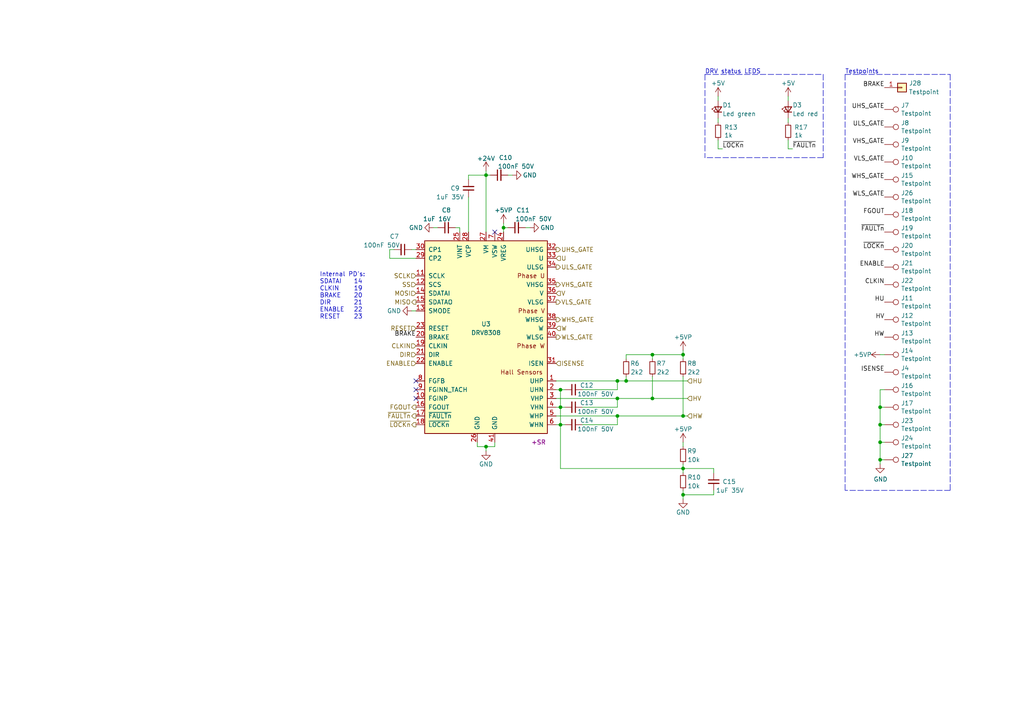
<source format=kicad_sch>
(kicad_sch (version 20211123) (generator eeschema)
  (paper "A4")
  (title_block (title "GD BLDC blower driver") (date "2019-03-11") (rev "v1.1") (company "3devo"))
  (lib_symbols
    (symbol "Connector:TestPoint" (pin_numbers hide) (pin_names (offset 0.762) hide)
      (property "Reference" "TP" (at 0 6.858 0))
      (property "Value" "TestPoint" (at 0 5.08 0))
      (symbol "TestPoint_0_1"
        (circle (center 0 3.302) (radius 0.762))
      )
      (symbol "TestPoint_1_1"
        (pin passive line (at 0 0 90) (length 2.54) (name "1") (number "1"))
      )
    )
    (symbol "Connector_Generic:Conn_01x01" (pin_names (offset 1.016) hide)
      (property "Reference" "J" (at 0 2.54 0))
      (property "Value" "Conn_01x01" (at 0 -2.54 0))
      (symbol "Conn_01x01_1_1"
        (rectangle (start -1.27 0.127) (end 0 -0.127) (stroke (width 0.1524)))
        (rectangle (start -1.27 1.27) (end 1.27 -1.27) (stroke (width 0.254)) (fill (type background)))
        (pin passive line (at -5.08 0 0) (length 3.81) (name "Pin_1") (number "1"))
      )
    )
    (symbol "Device:C_Small" (pin_numbers hide) (pin_names (offset 0.254) hide)
      (property "Reference" "C" (at 0.254 1.778 0))
      (property "Value" "C_Small" (at 0.254 -2.032 0))
      (symbol "C_Small_0_1"
        (polyline (pts (xy -1.524 -0.508) (xy 1.524 -0.508)) (stroke (width 0.3302)))
        (polyline (pts (xy -1.524 0.508) (xy 1.524 0.508)) (stroke (width 0.3048)))
      )
      (symbol "C_Small_1_1"
        (pin passive line (at 0 2.54 270) (length 2.032) (name "~") (number "1"))
        (pin passive line (at 0 -2.54 90) (length 2.032) (name "~") (number "2"))
      )
    )
    (symbol "Device:LED_Small" (pin_numbers hide) (pin_names (offset 0.254) hide)
      (property "Reference" "D" (at -1.27 3.175 0))
      (property "Value" "LED_Small" (at -4.445 -2.54 0))
      (symbol "LED_Small_0_1"
        (polyline (pts (xy -0.762 -1.016) (xy -0.762 1.016)) (stroke (width 0.254)))
        (polyline (pts (xy 1.016 0) (xy -0.762 0)))
        (polyline (pts (xy 0.762 -1.016) (xy -0.762 0) (xy 0.762 1.016) (xy 0.762 -1.016)) (stroke (width 0.254)))
        (polyline (pts (xy 0 0.762) (xy -0.508 1.27) (xy -0.254 1.27) (xy -0.508 1.27) (xy -0.508 1.016)))
        (polyline (pts (xy 0.508 1.27) (xy 0 1.778) (xy 0.254 1.778) (xy 0 1.778) (xy 0 1.524)))
      )
      (symbol "LED_Small_1_1"
        (pin passive line (at -2.54 0 0) (length 1.778) (name "K") (number "1"))
        (pin passive line (at 2.54 0 180) (length 1.778) (name "A") (number "2"))
      )
    )
    (symbol "Device:R_Small" (pin_numbers hide) (pin_names (offset 0.254) hide)
      (property "Reference" "R" (at 0.762 0.508 0))
      (property "Value" "R_Small" (at 0.762 -1.016 0))
      (symbol "R_Small_0_1"
        (rectangle (start -0.762 1.778) (end 0.762 -1.778) (stroke (width 0.2032)))
      )
      (symbol "R_Small_1_1"
        (pin passive line (at 0 2.54 270) (length 0.762) (name "~") (number "1"))
        (pin passive line (at 0 -2.54 90) (length 0.762) (name "~") (number "2"))
      )
    )
    (symbol "Driver_Motor:DRV8308" (pin_names (offset 1.016))
      (property "Reference" "U" (at -17.78 36.83 0))
      (property "Value" "DRV8308" (at -17.78 -21.59 0))
      (symbol "DRV8308_0_0"
        (text "Hall Sensors" (at 16.51 -2.54 0) (effects (font (size 1.27 1.27)) (justify right)))
        (text "Phase U" (at 17.145 25.4 0) (effects (font (size 1.27 1.27)) (justify right)))
        (text "Phase V" (at 17.145 15.24 0) (effects (font (size 1.27 1.27)) (justify right)))
        (text "Phase W" (at 17.145 5.08 0) (effects (font (size 1.27 1.27)) (justify right)))
      )
      (symbol "DRV8308_0_1"
        (rectangle (start -17.78 35.56) (end 17.78 -20.32) (stroke (width 0.254)) (fill (type background)))
      )
      (symbol "DRV8308_1_1"
        (pin input line (at 20.32 -5.08 180) (length 2.54) (name "UHP") (number "1"))
        (pin bidirectional line (at -20.32 -10.16 0) (length 2.54) (name "FGINP") (number "10"))
        (pin input line (at -20.32 25.4 0) (length 2.54) (name "SCLK") (number "11"))
        (pin input line (at -20.32 22.86 0) (length 2.54) (name "SCS") (number "12"))
        (pin input line (at -20.32 15.24 0) (length 2.54) (name "SMODE") (number "13"))
        (pin input line (at -20.32 20.32 0) (length 2.54) (name "SDATAI") (number "14"))
        (pin output line (at -20.32 17.78 0) (length 2.54) (name "SDATAO") (number "15"))
        (pin output line (at -20.32 -12.7 0) (length 2.54) (name "FGOUT") (number "16"))
        (pin output line (at -20.32 -15.24 0) (length 2.54) (name "~{FAULTn}") (number "17"))
        (pin output line (at -20.32 -17.78 0) (length 2.54) (name "~{LOCKn}") (number "18"))
        (pin input line (at -20.32 5.08 0) (length 2.54) (name "CLKIN") (number "19"))
        (pin input line (at 20.32 -7.62 180) (length 2.54) (name "UHN") (number "2"))
        (pin input line (at -20.32 7.62 0) (length 2.54) (name "BRAKE") (number "20"))
        (pin input line (at -20.32 2.54 0) (length 2.54) (name "DIR") (number "21"))
        (pin input line (at -20.32 0 0) (length 2.54) (name "ENABLE") (number "22"))
        (pin input line (at -20.32 10.16 0) (length 2.54) (name "RESET") (number "23"))
        (pin power_out line (at 5.08 38.1 270) (length 2.54) (name "VREG") (number "24"))
        (pin passive line (at -7.62 38.1 270) (length 2.54) (name "VINT") (number "25"))
        (pin power_in line (at -2.54 -22.86 90) (length 2.54) (name "GND") (number "26"))
        (pin power_in line (at 0 38.1 270) (length 2.54) (name "VM") (number "27"))
        (pin passive line (at -5.08 38.1 270) (length 2.54) (name "VCP") (number "28"))
        (pin passive line (at -20.32 30.48 0) (length 2.54) (name "CP2") (number "29"))
        (pin input line (at 20.32 -10.16 180) (length 2.54) (name "VHP") (number "3"))
        (pin passive line (at -20.32 33.02 0) (length 2.54) (name "CP1") (number "30"))
        (pin input line (at 20.32 0 180) (length 2.54) (name "ISEN") (number "31"))
        (pin output line (at 20.32 33.02 180) (length 2.54) (name "UHSG") (number "32"))
        (pin input line (at 20.32 30.48 180) (length 2.54) (name "U") (number "33"))
        (pin output line (at 20.32 27.94 180) (length 2.54) (name "ULSG") (number "34"))
        (pin output line (at 20.32 22.86 180) (length 2.54) (name "VHSG") (number "35"))
        (pin input line (at 20.32 20.32 180) (length 2.54) (name "V") (number "36"))
        (pin output line (at 20.32 17.78 180) (length 2.54) (name "VLSG") (number "37"))
        (pin output line (at 20.32 12.7 180) (length 2.54) (name "WHSG") (number "38"))
        (pin input line (at 20.32 10.16 180) (length 2.54) (name "W") (number "39"))
        (pin input line (at 20.32 -12.7 180) (length 2.54) (name "VHN") (number "4"))
        (pin output line (at 20.32 7.62 180) (length 2.54) (name "WLSG") (number "40"))
        (pin power_in line (at 2.54 -22.86 90) (length 2.54) (name "GND") (number "41"))
        (pin input line (at 20.32 -15.24 180) (length 2.54) (name "WHP") (number "5"))
        (pin input line (at 20.32 -17.78 180) (length 2.54) (name "WHN") (number "6"))
        (pin power_out line (at 2.54 38.1 270) (length 2.54) (name "VSW") (number "7"))
        (pin output line (at -20.32 -5.08 0) (length 2.54) (name "FGFB") (number "8"))
        (pin input line (at -20.32 -7.62 0) (length 2.54) (name "FGINN_TACH") (number "9"))
      )
    )
    (symbol "power:+24V" (power) (pin_names (offset 0))
      (property "Value" "+24V" (at 0 3.556 0))
      (symbol "+24V_0_1"
        (polyline (pts (xy -0.762 1.27) (xy 0 2.54)))
        (polyline (pts (xy 0 0) (xy 0 2.54)))
        (polyline (pts (xy 0 2.54) (xy 0.762 1.27)))
      )
      (symbol "+24V_1_1"
        (pin power_in line (at 0 0 90) (length 0) hide (name "+24V") (number "1"))
      )
    )
    (symbol "power:+5V" (power) (pin_names (offset 0))
      (property "Value" "+5V" (at 0 3.556 0))
      (symbol "+5V_0_1"
        (polyline (pts (xy -0.762 1.27) (xy 0 2.54)))
        (polyline (pts (xy 0 0) (xy 0 2.54)))
        (polyline (pts (xy 0 2.54) (xy 0.762 1.27)))
      )
      (symbol "+5V_1_1"
        (pin power_in line (at 0 0 90) (length 0) hide (name "+5V") (number "1"))
      )
    )
    (symbol "power:+5VP" (power) (pin_names (offset 0))
      (property "Value" "+5VP" (at 0 3.556 0))
      (symbol "+5VP_0_1"
        (polyline (pts (xy -0.762 1.27) (xy 0 2.54)))
        (polyline (pts (xy 0 0) (xy 0 2.54)))
        (polyline (pts (xy 0 2.54) (xy 0.762 1.27)))
      )
      (symbol "+5VP_1_1"
        (pin power_in line (at 0 0 90) (length 0) hide (name "+5VP") (number "1"))
      )
    )
    (symbol "power:GND" (power) (pin_names (offset 0))
      (property "Value" "GND" (at 0 -3.81 0))
      (symbol "GND_0_1"
        (polyline (pts (xy 0 0) (xy 0 -1.27) (xy 1.27 -1.27) (xy 0 -2.54) (xy -1.27 -1.27) (xy 0 -1.27)))
      )
      (symbol "GND_1_1"
        (pin power_in line (at 0 0 270) (length 0) hide (name "GND") (number "1"))
      )
    )
  )
  (junction (at 255.27 133.35))
  (junction (at 162.56 118.11))
  (junction (at 146.05 66.04))
  (junction (at 255.27 128.27))
  (junction (at 162.56 113.03))
  (junction (at 140.97 129.54))
  (junction (at 198.12 102.87))
  (junction (at 198.12 120.65))
  (junction (at 198.12 135.89))
  (junction (at 189.23 102.87))
  (junction (at 255.27 118.11))
  (junction (at 179.07 115.57))
  (junction (at 198.12 143.51))
  (junction (at 189.23 115.57))
  (junction (at 181.61 110.49))
  (junction (at 140.97 50.8))
  (junction (at 179.07 120.65))
  (junction (at 162.56 123.19))
  (junction (at 179.07 110.49))
  (junction (at 255.27 123.19))
  (no_connect (at 120.65 115.57))
  (no_connect (at 120.65 110.49))
  (no_connect (at 143.51 67.31))
  (no_connect (at 120.65 113.03))
  (wire (pts (xy 146.05 66.04) (xy 147.32 66.04)))
  (wire (pts (xy 181.61 110.49) (xy 199.39 110.49)))
  (wire (pts (xy 162.56 118.11) (xy 162.56 123.19)))
  (wire (pts (xy 114.3 72.39) (xy 113.03 72.39)))
  (polyline (pts (xy 245.11 21.59) (xy 275.59 21.59)))
  (wire (pts (xy 161.29 118.11) (xy 162.56 118.11)))
  (wire (pts (xy 181.61 109.22) (xy 181.61 110.49)))
  (wire (pts (xy 135.89 57.15) (xy 135.89 67.31)))
  (wire (pts (xy 133.35 66.04) (xy 133.35 67.31)))
  (wire (pts (xy 138.43 129.54) (xy 140.97 129.54)))
  (wire (pts (xy 198.12 102.87) (xy 189.23 102.87)))
  (wire (pts (xy 119.38 90.17) (xy 120.65 90.17)))
  (wire (pts (xy 152.4 66.04) (xy 153.67 66.04)))
  (wire (pts (xy 161.29 113.03) (xy 162.56 113.03)))
  (polyline (pts (xy 204.47 21.59) (xy 238.76 21.59)))
  (wire (pts (xy 198.12 101.6) (xy 198.12 102.87)))
  (wire (pts (xy 162.56 113.03) (xy 163.83 113.03)))
  (wire (pts (xy 181.61 102.87) (xy 181.61 104.14)))
  (wire (pts (xy 255.27 133.35) (xy 255.27 134.62)))
  (wire (pts (xy 228.6 27.94) (xy 228.6 29.21)))
  (wire (pts (xy 198.12 142.24) (xy 198.12 143.51)))
  (wire (pts (xy 168.91 123.19) (xy 179.07 123.19)))
  (wire (pts (xy 140.97 50.8) (xy 142.24 50.8)))
  (wire (pts (xy 162.56 113.03) (xy 162.56 118.11)))
  (wire (pts (xy 168.91 113.03) (xy 179.07 113.03)))
  (polyline (pts (xy 245.11 21.59) (xy 245.11 142.24)))
  (wire (pts (xy 161.29 120.65) (xy 179.07 120.65)))
  (wire (pts (xy 179.07 118.11) (xy 179.07 115.57)))
  (polyline (pts (xy 238.76 45.72) (xy 204.47 45.72)))
  (wire (pts (xy 207.01 143.51) (xy 207.01 142.24)))
  (wire (pts (xy 198.12 102.87) (xy 198.12 104.14)))
  (wire (pts (xy 162.56 123.19) (xy 163.83 123.19)))
  (wire (pts (xy 198.12 109.22) (xy 198.12 120.65)))
  (wire (pts (xy 168.91 118.11) (xy 179.07 118.11)))
  (wire (pts (xy 162.56 118.11) (xy 163.83 118.11)))
  (wire (pts (xy 119.38 72.39) (xy 120.65 72.39)))
  (wire (pts (xy 198.12 135.89) (xy 207.01 135.89)))
  (wire (pts (xy 147.32 50.8) (xy 148.59 50.8)))
  (wire (pts (xy 255.27 102.87) (xy 256.54 102.87)))
  (wire (pts (xy 189.23 115.57) (xy 199.39 115.57)))
  (wire (pts (xy 161.29 110.49) (xy 179.07 110.49)))
  (wire (pts (xy 228.6 34.29) (xy 228.6 35.56)))
  (wire (pts (xy 162.56 123.19) (xy 162.56 135.89)))
  (wire (pts (xy 229.87 43.18) (xy 228.6 43.18)))
  (wire (pts (xy 208.28 34.29) (xy 208.28 35.56)))
  (wire (pts (xy 255.27 123.19) (xy 255.27 128.27)))
  (wire (pts (xy 179.07 110.49) (xy 181.61 110.49)))
  (wire (pts (xy 256.54 133.35) (xy 255.27 133.35)))
  (wire (pts (xy 228.6 43.18) (xy 228.6 40.64)))
  (wire (pts (xy 140.97 50.8) (xy 140.97 67.31)))
  (wire (pts (xy 255.27 118.11) (xy 256.54 118.11)))
  (polyline (pts (xy 204.47 21.59) (xy 204.47 45.72)))
  (wire (pts (xy 256.54 123.19) (xy 255.27 123.19)))
  (wire (pts (xy 179.07 113.03) (xy 179.07 110.49)))
  (wire (pts (xy 179.07 123.19) (xy 179.07 120.65)))
  (polyline (pts (xy 275.59 142.24) (xy 245.11 142.24)))
  (wire (pts (xy 146.05 66.04) (xy 146.05 67.31)))
  (wire (pts (xy 146.05 64.77) (xy 146.05 66.04)))
  (wire (pts (xy 138.43 128.27) (xy 138.43 129.54)))
  (wire (pts (xy 140.97 129.54) (xy 143.51 129.54)))
  (wire (pts (xy 113.03 72.39) (xy 113.03 74.93)))
  (wire (pts (xy 208.28 43.18) (xy 208.28 40.64)))
  (wire (pts (xy 161.29 123.19) (xy 162.56 123.19)))
  (wire (pts (xy 140.97 50.8) (xy 140.97 49.53)))
  (wire (pts (xy 113.03 74.93) (xy 120.65 74.93)))
  (wire (pts (xy 198.12 143.51) (xy 198.12 144.78)))
  (wire (pts (xy 198.12 120.65) (xy 199.39 120.65)))
  (wire (pts (xy 198.12 128.27) (xy 198.12 129.54)))
  (wire (pts (xy 179.07 115.57) (xy 189.23 115.57)))
  (wire (pts (xy 162.56 135.89) (xy 198.12 135.89)))
  (wire (pts (xy 125.73 66.04) (xy 127 66.04)))
  (wire (pts (xy 209.55 43.18) (xy 208.28 43.18)))
  (wire (pts (xy 207.01 137.16) (xy 207.01 135.89)))
  (wire (pts (xy 255.27 133.35) (xy 255.27 128.27)))
  (wire (pts (xy 189.23 109.22) (xy 189.23 115.57)))
  (wire (pts (xy 143.51 128.27) (xy 143.51 129.54)))
  (wire (pts (xy 161.29 115.57) (xy 179.07 115.57)))
  (wire (pts (xy 135.89 50.8) (xy 135.89 52.07)))
  (wire (pts (xy 256.54 113.03) (xy 255.27 113.03)))
  (wire (pts (xy 189.23 102.87) (xy 181.61 102.87)))
  (wire (pts (xy 208.28 27.94) (xy 208.28 29.21)))
  (wire (pts (xy 198.12 135.89) (xy 198.12 137.16)))
  (wire (pts (xy 132.08 66.04) (xy 133.35 66.04)))
  (wire (pts (xy 255.27 128.27) (xy 256.54 128.27)))
  (polyline (pts (xy 238.76 21.59) (xy 238.76 45.72)))
  (wire (pts (xy 179.07 120.65) (xy 198.12 120.65)))
  (wire (pts (xy 135.89 50.8) (xy 140.97 50.8)))
  (wire (pts (xy 140.97 129.54) (xy 140.97 130.81)))
  (wire (pts (xy 198.12 143.51) (xy 207.01 143.51)))
  (wire (pts (xy 255.27 118.11) (xy 255.27 123.19)))
  (wire (pts (xy 255.27 113.03) (xy 255.27 118.11)))
  (polyline (pts (xy 275.59 21.59) (xy 275.59 142.24)))
  (wire (pts (xy 189.23 102.87) (xy 189.23 104.14)))
  (wire (pts (xy 198.12 134.62) (xy 198.12 135.89)))
  (text "DRV status LEDS" (at 204.47 21.59 0) (effects (font (size 1.27 1.27)) (justify left bottom)))
  (text "Testpoints" (at 245.11 21.59 0) (effects (font (size 1.27 1.27)) (justify left bottom)))
  (text "Internal PD's:\nSDATAI	14\nCLKIN 	19\nBRAKE	20\nDIR    	21\nENABLE	22\nRESET	23\n" (at 92.71 92.71 0) (effects (font (size 1.27 1.27)) (justify left bottom)))
  (label "FGOUT" (at 256.54 62.23 180))
  (label "~{FAULTn}" (at 256.54 67.31 180))
  (label "~{FAULTn}" (at 229.87 43.18 0))
  (label "WHS_GATE" (at 256.54 52.07 180))
  (label "UHS_GATE" (at 256.54 31.75 180))
  (label "BRAKE" (at 256.54 25.4 180))
  (label "VLS_GATE" (at 256.54 46.99 180))
  (label "CLKIN" (at 256.54 82.55 180))
  (label "HW" (at 256.54 97.79 180))
  (label "BRAKE" (at 120.65 97.79 180))
  (label "HU" (at 256.54 87.63 180))
  (label "ULS_GATE" (at 256.54 36.83 180))
  (label "WLS_GATE" (at 256.54 57.15 180))
  (label "~{LOCKn}" (at 256.54 72.39 180))
  (label "ENABLE" (at 256.54 77.47 180))
  (label "VHS_GATE" (at 256.54 41.91 180))
  (label "~{LOCKn}" (at 209.55 43.18 0))
  (label "HV" (at 256.54 92.71 180))
  (label "ISENSE" (at 256.54 107.95 180))
  (hierarchical_label "RESET" (shape input) (at 120.65 95.25 180))
  (hierarchical_label "WLS_GATE" (shape output) (at 161.29 97.79 0))
  (hierarchical_label "MISO" (shape output) (at 120.65 87.63 180))
  (hierarchical_label "DIR" (shape input) (at 120.65 102.87 180))
  (hierarchical_label "W" (shape input) (at 161.29 95.25 0))
  (hierarchical_label "MOSI" (shape input) (at 120.65 85.09 180))
  (hierarchical_label "HW" (shape input) (at 199.39 120.65 0))
  (hierarchical_label "UHS_GATE" (shape output) (at 161.29 72.39 0))
  (hierarchical_label "FGOUT" (shape output) (at 120.65 118.11 180))
  (hierarchical_label "ENABLE" (shape input) (at 120.65 105.41 180))
  (hierarchical_label "U" (shape input) (at 161.29 74.93 0))
  (hierarchical_label "V" (shape input) (at 161.29 85.09 0))
  (hierarchical_label "VLS_GATE" (shape output) (at 161.29 87.63 0))
  (hierarchical_label "~{LOCKn}" (shape output) (at 120.65 123.19 180))
  (hierarchical_label "CLKIN" (shape input) (at 120.65 100.33 180))
  (hierarchical_label "SCLK" (shape input) (at 120.65 80.01 180))
  (hierarchical_label "VHS_GATE" (shape output) (at 161.29 82.55 0))
  (hierarchical_label "HV" (shape input) (at 199.39 115.57 0))
  (hierarchical_label "ISENSE" (shape input) (at 161.29 105.41 0))
  (hierarchical_label "SS" (shape input) (at 120.65 82.55 180))
  (hierarchical_label "~{FAULTn}" (shape output) (at 120.65 120.65 180))
  (hierarchical_label "HU" (shape input) (at 199.39 110.49 0))
  (hierarchical_label "ULS_GATE" (shape output) (at 161.29 77.47 0))
  (hierarchical_label "WHS_GATE" (shape output) (at 161.29 92.71 0))
  (symbol (lib_id "Connector:TestPoint") (at 256.54 92.71 270) (unit 1)
    (property "Reference" "J12" (at 261.3152 91.5416 90) (effects (justify left)))
    (property "Value" "Testpoint" (at 261.3152 93.853 90) (effects (justify left)))
    (property "Footprint" "3devo_footprints:TestPoint_TE_RCT-0C_0805" (effects hide))
    (property "Datasheet" "https://www.te.com/commerce/DocumentDelivery/DDEController?Action=srchrtrv&DocNm=1773266&DocType=DS&DocLang=English" (effects hide))
    (property "Manufacturer" "TE" (effects hide))
    (property "Partnumber" "RCT-0C" (effects hide))
    (property "Config" "dnp" (effects hide))
  )
  (symbol (lib_id "power:+5VP") (at 198.12 128.27 0) (unit 1)
    (property "Reference" "#PWR0110" (effects hide))
    (property "Value" "+5VP" (at 198.12 124.46 0))
  )
  (symbol (lib_id "power:+24V") (at 140.97 49.53 0) (unit 1)
    (property "Reference" "#PWR0130" (effects hide))
    (property "Value" "+24V" (at 140.97 45.974 0))
  )
  (symbol (lib_id "Device:R_Small") (at 181.61 106.68 180) (unit 1)
    (property "Reference" "R6" (at 184.15 105.41 0))
    (property "Value" "2k2" (at 182.88 107.95 0) (effects (justify right)))
    (property "Footprint" "Resistor_SMD:R_0603_1608Metric" (effects hide))
    (property "Manufacturer" "TE" (effects hide))
    (property "Partnumber" "CRGH0603F2K2" (effects hide))
  )
  (symbol (lib_id "Connector:TestPoint") (at 256.54 102.87 270) (unit 1)
    (property "Reference" "J14" (at 261.3152 101.7016 90) (effects (justify left)))
    (property "Value" "Testpoint" (at 261.3152 104.013 90) (effects (justify left)))
    (property "Footprint" "3devo_footprints:TestPoint_TE_RCT-0C_0805" (effects hide))
    (property "Datasheet" "https://www.te.com/commerce/DocumentDelivery/DDEController?Action=srchrtrv&DocNm=1773266&DocType=DS&DocLang=English" (effects hide))
    (property "Manufacturer" "TE" (effects hide))
    (property "Partnumber" "RCT-0C" (effects hide))
    (property "Config" "dnp" (effects hide))
  )
  (symbol (lib_id "Connector:TestPoint") (at 256.54 82.55 270) (unit 1)
    (property "Reference" "J22" (at 261.3152 81.3816 90) (effects (justify left)))
    (property "Value" "Testpoint" (at 261.3152 83.693 90) (effects (justify left)))
    (property "Footprint" "TestPoint:TestPoint_Keystone_5000-5004_Miniature" (effects hide))
    (property "Config" "dnp" (effects hide))
  )
  (symbol (lib_id "Connector:TestPoint") (at 256.54 31.75 270) (unit 1)
    (property "Reference" "J7" (at 261.3152 30.5816 90) (effects (justify left)))
    (property "Value" "Testpoint" (at 261.3152 32.893 90) (effects (justify left)))
    (property "Footprint" "3devo_footprints:TestPoint_TE_RCT-0C_0805" (effects hide))
    (property "Datasheet" "https://www.te.com/commerce/DocumentDelivery/DDEController?Action=srchrtrv&DocNm=1773266&DocType=DS&DocLang=English" (effects hide))
    (property "Manufacturer" "TE" (effects hide))
    (property "Partnumber" "RCT-0C" (effects hide))
    (property "Config" "dnp" (effects hide))
  )
  (symbol (lib_id "Connector:TestPoint") (at 256.54 67.31 270) (unit 1)
    (property "Reference" "J19" (at 261.3152 66.1416 90) (effects (justify left)))
    (property "Value" "Testpoint" (at 261.3152 68.453 90) (effects (justify left)))
    (property "Footprint" "TestPoint:TestPoint_Keystone_5000-5004_Miniature" (effects hide))
    (property "Config" "dnp" (effects hide))
  )
  (symbol (lib_id "Device:R_Small") (at 198.12 139.7 180) (unit 1)
    (property "Reference" "R10" (at 199.39 138.43 0) (effects (justify right)))
    (property "Value" "10k" (at 199.39 140.97 0) (effects (justify right)))
    (property "Footprint" "Resistor_SMD:R_0603_1608Metric" (effects hide))
    (property "Manufacturer" "Bourns" (effects hide))
    (property "Partnumber" "CR0603-FX-1002GLF" (effects hide))
  )
  (symbol (lib_id "Connector_Generic:Conn_01x01") (at 261.62 25.4 0) (mirror x) (unit 1)
    (property "Reference" "J28" (at 265.43 24.13 0))
    (property "Value" "Testpoint" (at 267.97 26.67 0))
    (property "Footprint" "Connector_PinHeader_2.54mm:PinHeader_1x01_P2.54mm_Vertical" (effects hide))
  )
  (symbol (lib_id "Device:R_Small") (at 198.12 132.08 180) (unit 1)
    (property "Reference" "R9" (at 200.66 130.81 0))
    (property "Value" "10k" (at 199.39 133.35 0) (effects (justify right)))
    (property "Footprint" "Resistor_SMD:R_0603_1608Metric" (effects hide))
    (property "Manufacturer" "Bourns" (effects hide))
    (property "Partnumber" "CR0603-FX-1002GLF" (effects hide))
  )
  (symbol (lib_id "Connector:TestPoint") (at 256.54 57.15 270) (unit 1)
    (property "Reference" "J26" (at 261.3152 55.9816 90) (effects (justify left)))
    (property "Value" "Testpoint" (at 261.3152 58.293 90) (effects (justify left)))
    (property "Footprint" "3devo_footprints:TestPoint_TE_RCT-0C_0805" (effects hide))
    (property "Datasheet" "https://www.te.com/commerce/DocumentDelivery/DDEController?Action=srchrtrv&DocNm=1773266&DocType=DS&DocLang=English" (effects hide))
    (property "Manufacturer" "TE" (effects hide))
    (property "Partnumber" "RCT-0C" (effects hide))
    (property "Config" "dnp" (effects hide))
  )
  (symbol (lib_id "Connector:TestPoint") (at 256.54 107.95 270) (unit 1)
    (property "Reference" "J4" (at 261.3152 106.7816 90) (effects (justify left)))
    (property "Value" "Testpoint" (at 261.3152 109.093 90) (effects (justify left)))
    (property "Footprint" "3devo_footprints:TestPoint_TE_RCT-0C_0805" (effects hide))
    (property "Datasheet" "https://www.te.com/commerce/DocumentDelivery/DDEController?Action=srchrtrv&DocNm=1773266&DocType=DS&DocLang=English" (effects hide))
    (property "Manufacturer" "TE" (effects hide))
    (property "Partnumber" "RCT-0C" (effects hide))
    (property "Config" "dnp" (effects hide))
  )
  (symbol (lib_id "Device:R_Small") (at 189.23 106.68 180) (unit 1)
    (property "Reference" "R7" (at 191.77 105.41 0))
    (property "Value" "2k2" (at 190.5 107.95 0) (effects (justify right)))
    (property "Footprint" "Resistor_SMD:R_0603_1608Metric" (effects hide))
    (property "Manufacturer" "TE" (effects hide))
    (property "Partnumber" "CRGH0603F2K2" (effects hide))
  )
  (symbol (lib_id "power:GND") (at 255.27 134.62 0) (unit 1)
    (property "Reference" "#PWR0129" (effects hide))
    (property "Value" "GND" (at 255.397 139.0142 0))
  )
  (symbol (lib_id "power:GND") (at 198.12 144.78 0) (unit 1)
    (property "Reference" "#PWR0109" (effects hide))
    (property "Value" "GND" (at 198.12 148.59 0))
  )
  (symbol (lib_id "power:+5VP") (at 198.12 101.6 0) (unit 1)
    (property "Reference" "#PWR0118" (effects hide))
    (property "Value" "+5VP" (at 198.12 97.79 0))
  )
  (symbol (lib_id "power:+5VP") (at 255.27 102.87 90) (unit 1)
    (property "Reference" "#PWR0125" (effects hide))
    (property "Value" "+5VP" (at 250.19 102.87 90))
  )
  (symbol (lib_id "Device:R_Small") (at 208.28 38.1 0) (unit 1)
    (property "Reference" "R13" (at 210.058 36.9316 0) (effects (justify left)))
    (property "Value" "1k" (at 210.058 39.243 0) (effects (justify left)))
    (property "Footprint" "Resistor_SMD:R_0603_1608Metric" (effects hide))
    (property "Manufacturer" "Rohm" (effects hide))
    (property "Partnumber" "ESR03EZPF1001" (effects hide))
  )
  (symbol (lib_id "Connector:TestPoint") (at 256.54 77.47 270) (unit 1)
    (property "Reference" "J21" (at 261.3152 76.3016 90) (effects (justify left)))
    (property "Value" "Testpoint" (at 261.3152 78.613 90) (effects (justify left)))
    (property "Footprint" "TestPoint:TestPoint_Keystone_5000-5004_Miniature" (effects hide))
    (property "Config" "dnp" (effects hide))
  )
  (symbol (lib_id "power:+5VP") (at 146.05 64.77 0) (unit 1)
    (property "Reference" "#PWR0122" (effects hide))
    (property "Value" "+5VP" (at 146.05 60.96 0))
  )
  (symbol (lib_id "Device:LED_Small") (at 208.28 31.75 90) (unit 1)
    (property "Reference" "D1" (at 209.55 30.48 90) (effects (justify right)))
    (property "Value" "Led green" (at 209.55 33.02 90) (effects (justify right)))
    (property "Footprint" "LED_SMD:LED_0805_2012Metric" (effects hide))
    (property "Datasheet" "http://www.kingbrightusa.com/images/catalog/SPEC/APT2012SGC.pdf" (effects hide))
    (property "Manufacturer" "Kingston" (effects hide))
    (property "Partnumber" "APT2012SGC" (effects hide))
  )
  (symbol (lib_id "Connector:TestPoint") (at 256.54 97.79 270) (unit 1)
    (property "Reference" "J13" (at 261.3152 96.6216 90) (effects (justify left)))
    (property "Value" "Testpoint" (at 261.3152 98.933 90) (effects (justify left)))
    (property "Footprint" "3devo_footprints:TestPoint_TE_RCT-0C_0805" (effects hide))
    (property "Datasheet" "https://www.te.com/commerce/DocumentDelivery/DDEController?Action=srchrtrv&DocNm=1773266&DocType=DS&DocLang=English" (effects hide))
    (property "Manufacturer" "TE" (effects hide))
    (property "Partnumber" "RCT-0C" (effects hide))
    (property "Config" "dnp" (effects hide))
  )
  (symbol (lib_id "Device:C_Small") (at 166.37 123.19 270) (unit 1)
    (property "Reference" "C14" (at 170.18 121.92 90))
    (property "Value" "100nF 50V" (at 172.72 124.46 90))
    (property "Footprint" "Capacitor_SMD:C_0603_1608Metric" (effects hide))
    (property "Manufacturer" "Murata" (effects hide))
    (property "Partnumber" "GCM188L81H104KA57D" (effects hide))
  )
  (symbol (lib_id "Device:LED_Small") (at 228.6 31.75 90) (unit 1)
    (property "Reference" "D3" (at 229.87 30.48 90) (effects (justify right)))
    (property "Value" "Led red" (at 229.87 33.02 90) (effects (justify right)))
    (property "Footprint" "LED_SMD:LED_0805_2012Metric" (effects hide))
    (property "Datasheet" "http://www.kingbrightusa.com/images/catalog/SPEC/APT2012SRCPRV.pdf" (effects hide))
    (property "Manufacturer" "Kingston" (effects hide))
    (property "Partnumber" "APT2012SRCPRV" (effects hide))
  )
  (symbol (lib_id "power:GND") (at 148.59 50.8 90) (unit 1)
    (property "Reference" "#PWR0134" (effects hide))
    (property "Value" "GND" (at 153.67 50.8 90))
  )
  (symbol (lib_id "Connector:TestPoint") (at 256.54 36.83 270) (unit 1)
    (property "Reference" "J8" (at 261.3152 35.6616 90) (effects (justify left)))
    (property "Value" "Testpoint" (at 261.3152 37.973 90) (effects (justify left)))
    (property "Footprint" "3devo_footprints:TestPoint_TE_RCT-0C_0805" (effects hide))
    (property "Datasheet" "https://www.te.com/commerce/DocumentDelivery/DDEController?Action=srchrtrv&DocNm=1773266&DocType=DS&DocLang=English" (effects hide))
    (property "Manufacturer" "TE" (effects hide))
    (property "Partnumber" "RCT-0C" (effects hide))
    (property "Config" "dnp" (effects hide))
  )
  (symbol (lib_id "Connector:TestPoint") (at 256.54 72.39 270) (unit 1)
    (property "Reference" "J20" (at 261.3152 71.2216 90) (effects (justify left)))
    (property "Value" "Testpoint" (at 261.3152 73.533 90) (effects (justify left)))
    (property "Footprint" "TestPoint:TestPoint_Keystone_5000-5004_Miniature" (effects hide))
    (property "Config" "dnp" (effects hide))
  )
  (symbol (lib_id "Connector:TestPoint") (at 256.54 118.11 270) (unit 1)
    (property "Reference" "J17" (at 261.3152 116.9416 90) (effects (justify left)))
    (property "Value" "Testpoint" (at 261.3152 119.253 90) (effects (justify left)))
    (property "Footprint" "3devo_footprints:TestPoint_TE_RCT-0C_0805" (effects hide))
    (property "Datasheet" "https://www.te.com/commerce/DocumentDelivery/DDEController?Action=srchrtrv&DocNm=1773266&DocType=DS&DocLang=English" (effects hide))
    (property "Manufacturer" "TE" (effects hide))
    (property "Partnumber" "RCT-0C" (effects hide))
    (property "Config" "dnp" (effects hide))
  )
  (symbol (lib_id "Device:C_Small") (at 135.89 54.61 180) (unit 1)
    (property "Reference" "C9" (at 133.35 54.61 0) (effects (justify left)))
    (property "Value" "1uF 35V" (at 134.62 57.15 0) (effects (justify left)))
    (property "Footprint" "Capacitor_SMD:C_0805_2012Metric" (effects hide))
    (property "Manufacturer" "Samsung" (effects hide))
    (property "Partnumber" "CL21B105KBFNNNE" (effects hide))
  )
  (symbol (lib_id "Connector:TestPoint") (at 256.54 133.35 270) (unit 1)
    (property "Reference" "J27" (at 261.3152 132.1816 90) (effects (justify left)))
    (property "Value" "Testpoint" (at 261.3152 134.493 90) (effects (justify left)))
    (property "Footprint" "3devo_footprints:TestPoint_TE_RCT-0C_0805" (effects hide))
    (property "Datasheet" "https://www.te.com/commerce/DocumentDelivery/DDEController?Action=srchrtrv&DocNm=1773266&DocType=DS&DocLang=English" (effects hide))
    (property "Manufacturer" "TE" (effects hide))
    (property "Partnumber" "RCT-0C" (effects hide))
    (property "Config" "dnp" (effects hide))
  )
  (symbol (lib_id "Device:C_Small") (at 207.01 139.7 0) (unit 1)
    (property "Reference" "C15" (at 209.55 139.7 0) (effects (justify left)))
    (property "Value" "1uF 35V" (at 207.645 142.24 0) (effects (justify left)))
    (property "Footprint" "Capacitor_SMD:C_0805_2012Metric" (effects hide))
    (property "Manufacturer" "Samsung" (effects hide))
    (property "Partnumber" "CL21B105KBFNNNE" (effects hide))
  )
  (symbol (lib_id "Connector:TestPoint") (at 256.54 46.99 270) (unit 1)
    (property "Reference" "J10" (at 261.3152 45.8216 90) (effects (justify left)))
    (property "Value" "Testpoint" (at 261.3152 48.133 90) (effects (justify left)))
    (property "Footprint" "3devo_footprints:TestPoint_TE_RCT-0C_0805" (effects hide))
    (property "Datasheet" "https://www.te.com/commerce/DocumentDelivery/DDEController?Action=srchrtrv&DocNm=1773266&DocType=DS&DocLang=English" (effects hide))
    (property "Manufacturer" "TE" (effects hide))
    (property "Partnumber" "RCT-0C" (effects hide))
    (property "Config" "dnp" (effects hide))
  )
  (symbol (lib_id "power:GND") (at 125.73 66.04 270) (unit 1)
    (property "Reference" "#PWR0104" (effects hide))
    (property "Value" "GND" (at 120.65 66.04 90))
  )
  (symbol (lib_id "Device:C_Small") (at 116.84 72.39 270) (unit 1)
    (property "Reference" "C7" (at 113.03 68.58 90) (effects (justify left)))
    (property "Value" "100nF 50V" (at 105.41 71.12 90) (effects (justify left)))
    (property "Footprint" "Capacitor_SMD:C_0603_1608Metric" (effects hide))
    (property "Manufacturer" "Murata" (effects hide))
    (property "Partnumber" "GCM188L81H104KA57D" (effects hide))
  )
  (symbol (lib_id "Device:R_Small") (at 228.6 38.1 0) (unit 1)
    (property "Reference" "R17" (at 230.378 36.9316 0) (effects (justify left)))
    (property "Value" "1k" (at 230.378 39.243 0) (effects (justify left)))
    (property "Footprint" "Resistor_SMD:R_0603_1608Metric" (effects hide))
    (property "Manufacturer" "Rohm" (effects hide))
    (property "Partnumber" "ESR03EZPF1001" (effects hide))
  )
  (symbol (lib_id "Connector:TestPoint") (at 256.54 128.27 270) (unit 1)
    (property "Reference" "J24" (at 261.3152 127.1016 90) (effects (justify left)))
    (property "Value" "Testpoint" (at 261.3152 129.413 90) (effects (justify left)))
    (property "Footprint" "3devo_footprints:TestPoint_TE_RCT-0C_0805" (effects hide))
    (property "Datasheet" "https://www.te.com/commerce/DocumentDelivery/DDEController?Action=srchrtrv&DocNm=1773266&DocType=DS&DocLang=English" (effects hide))
    (property "Manufacturer" "TE" (effects hide))
    (property "Partnumber" "RCT-0C" (effects hide))
    (property "Config" "dnp" (effects hide))
  )
  (symbol (lib_id "Connector:TestPoint") (at 256.54 52.07 270) (unit 1)
    (property "Reference" "J15" (at 261.3152 50.9016 90) (effects (justify left)))
    (property "Value" "Testpoint" (at 261.3152 53.213 90) (effects (justify left)))
    (property "Footprint" "3devo_footprints:TestPoint_TE_RCT-0C_0805" (effects hide))
    (property "Datasheet" "https://www.te.com/commerce/DocumentDelivery/DDEController?Action=srchrtrv&DocNm=1773266&DocType=DS&DocLang=English" (effects hide))
    (property "Manufacturer" "TE" (effects hide))
    (property "Partnumber" "RCT-0C" (effects hide))
    (property "Config" "dnp" (effects hide))
  )
  (symbol (lib_id "Device:C_Small") (at 149.86 66.04 90) (unit 1)
    (property "Reference" "C11" (at 153.67 60.96 90) (effects (justify left)))
    (property "Value" "100nF 50V" (at 160.02 63.5 90) (effects (justify left)))
    (property "Footprint" "Capacitor_SMD:C_0603_1608Metric" (effects hide))
    (property "Manufacturer" "Murata" (effects hide))
    (property "Partnumber" "GCM188L81H104KA57D" (effects hide))
  )
  (symbol (lib_id "Device:R_Small") (at 198.12 106.68 180) (unit 1)
    (property "Reference" "R8" (at 200.66 105.41 0))
    (property "Value" "2k2" (at 199.39 107.95 0) (effects (justify right)))
    (property "Footprint" "Resistor_SMD:R_0603_1608Metric" (effects hide))
    (property "Manufacturer" "TE" (effects hide))
    (property "Partnumber" "CRGH0603F2K2" (effects hide))
  )
  (symbol (lib_id "Device:C_Small") (at 144.78 50.8 90) (unit 1)
    (property "Reference" "C10" (at 148.59 45.72 90) (effects (justify left)))
    (property "Value" "100nF 50V" (at 154.94 48.26 90) (effects (justify left)))
    (property "Footprint" "Capacitor_SMD:C_0603_1608Metric" (effects hide))
    (property "Manufacturer" "Murata" (effects hide))
    (property "Partnumber" "GCM188L81H104KA57D" (effects hide))
  )
  (symbol (lib_id "Device:C_Small") (at 129.54 66.04 90) (unit 1)
    (property "Reference" "C8" (at 130.81 60.96 90) (effects (justify left)))
    (property "Value" "1uF 16V" (at 130.81 63.5 90) (effects (justify left)))
    (property "Footprint" "Capacitor_SMD:C_0603_1608Metric" (effects hide))
    (property "Manufacturer" "Kemet" (effects hide))
    (property "Partnumber" "C0603C105K4RACAUTO" (effects hide))
  )
  (symbol (lib_id "Device:C_Small") (at 166.37 113.03 90) (unit 1)
    (property "Reference" "C12" (at 170.18 111.76 90))
    (property "Value" "100nF 50V" (at 172.72 114.3 90))
    (property "Footprint" "Capacitor_SMD:C_0603_1608Metric" (effects hide))
    (property "Manufacturer" "Murata" (effects hide))
    (property "Partnumber" "GCM188L81H104KA57D" (effects hide))
  )
  (symbol (lib_id "Driver_Motor:DRV8308") (at 140.97 105.41 0) (unit 1)
    (property "Reference" "U3" (at 140.97 93.98 0))
    (property "Value" "DRV8308" (at 140.97 96.52 0))
    (property "Footprint" "Package_DFN_QFN:Texas_S-PVQFN-N40_EP3.52x2.62mm" (effects hide))
    (property "Datasheet" "http://www.ti.com/lit/ds/symlink/drv8308.pdf" (effects hide))
    (property "Manufacturer" "TI" (effects hide))
    (property "Partnumber" "DRV8308RHAT" (effects hide))
    (property "Config" "+SR" (at 156.21 128.27 0))
  )
  (symbol (lib_id "power:+5V") (at 228.6 27.94 0) (unit 1)
    (property "Reference" "#PWR0153" (effects hide))
    (property "Value" "+5V" (at 228.6 24.13 0))
  )
  (symbol (lib_id "Device:C_Small") (at 166.37 118.11 270) (unit 1)
    (property "Reference" "C13" (at 170.18 116.84 90))
    (property "Value" "100nF 50V" (at 172.72 119.38 90))
    (property "Footprint" "Capacitor_SMD:C_0603_1608Metric" (effects hide))
    (property "Manufacturer" "Murata" (effects hide))
    (property "Partnumber" "GCM188L81H104KA57D" (effects hide))
  )
  (symbol (lib_id "Connector:TestPoint") (at 256.54 87.63 270) (unit 1)
    (property "Reference" "J11" (at 261.3152 86.4616 90) (effects (justify left)))
    (property "Value" "Testpoint" (at 261.3152 88.773 90) (effects (justify left)))
    (property "Footprint" "3devo_footprints:TestPoint_TE_RCT-0C_0805" (effects hide))
    (property "Datasheet" "https://www.te.com/commerce/DocumentDelivery/DDEController?Action=srchrtrv&DocNm=1773266&DocType=DS&DocLang=English" (effects hide))
    (property "Manufacturer" "TE" (effects hide))
    (property "Partnumber" "RCT-0C" (effects hide))
    (property "Config" "dnp" (effects hide))
  )
  (symbol (lib_id "Connector:TestPoint") (at 256.54 123.19 270) (unit 1)
    (property "Reference" "J23" (at 261.3152 122.0216 90) (effects (justify left)))
    (property "Value" "Testpoint" (at 261.3152 124.333 90) (effects (justify left)))
    (property "Footprint" "3devo_footprints:TestPoint_TE_RCT-0C_0805" (effects hide))
    (property "Datasheet" "https://www.te.com/commerce/DocumentDelivery/DDEController?Action=srchrtrv&DocNm=1773266&DocType=DS&DocLang=English" (effects hide))
    (property "Manufacturer" "TE" (effects hide))
    (property "Partnumber" "RCT-0C" (effects hide))
    (property "Config" "dnp" (effects hide))
  )
  (symbol (lib_id "Connector:TestPoint") (at 256.54 41.91 270) (unit 1)
    (property "Reference" "J9" (at 261.3152 40.7416 90) (effects (justify left)))
    (property "Value" "Testpoint" (at 261.3152 43.053 90) (effects (justify left)))
    (property "Footprint" "3devo_footprints:TestPoint_TE_RCT-0C_0805" (effects hide))
    (property "Datasheet" "https://www.te.com/commerce/DocumentDelivery/DDEController?Action=srchrtrv&DocNm=1773266&DocType=DS&DocLang=English" (effects hide))
    (property "Manufacturer" "TE" (effects hide))
    (property "Partnumber" "RCT-0C" (effects hide))
    (property "Config" "dnp" (effects hide))
  )
  (symbol (lib_id "power:GND") (at 119.38 90.17 270) (unit 1)
    (property "Reference" "#PWR0112" (effects hide))
    (property "Value" "GND" (at 114.3 90.17 90))
  )
  (symbol (lib_id "power:GND") (at 140.97 130.81 0) (unit 1)
    (property "Reference" "#PWR0101" (effects hide))
    (property "Value" "GND" (at 140.97 134.62 0))
  )
  (symbol (lib_id "power:+5V") (at 208.28 27.94 0) (unit 1)
    (property "Reference" "#PWR0115" (effects hide))
    (property "Value" "+5V" (at 208.28 24.13 0))
  )
  (symbol (lib_id "Connector:TestPoint") (at 256.54 62.23 270) (unit 1)
    (property "Reference" "J18" (at 261.3152 61.0616 90) (effects (justify left)))
    (property "Value" "Testpoint" (at 261.3152 63.373 90) (effects (justify left)))
    (property "Footprint" "TestPoint:TestPoint_Keystone_5000-5004_Miniature" (effects hide))
    (property "Config" "dnp" (effects hide))
  )
  (symbol (lib_id "power:GND") (at 153.67 66.04 90) (unit 1)
    (property "Reference" "#PWR0103" (effects hide))
    (property "Value" "GND" (at 158.75 66.04 90))
  )
  (symbol (lib_id "Connector:TestPoint") (at 256.54 113.03 270) (unit 1)
    (property "Reference" "J16" (at 261.3152 111.8616 90) (effects (justify left)))
    (property "Value" "Testpoint" (at 261.3152 114.173 90) (effects (justify left)))
    (property "Footprint" "3devo_footprints:TestPoint_TE_RCT-0C_0805" (effects hide))
    (property "Datasheet" "https://www.te.com/commerce/DocumentDelivery/DDEController?Action=srchrtrv&DocNm=1773266&DocType=DS&DocLang=English" (effects hide))
    (property "Manufacturer" "TE" (effects hide))
    (property "Partnumber" "RCT-0C" (effects hide))
    (property "Config" "dnp" (effects hide))
  )
)
</source>
